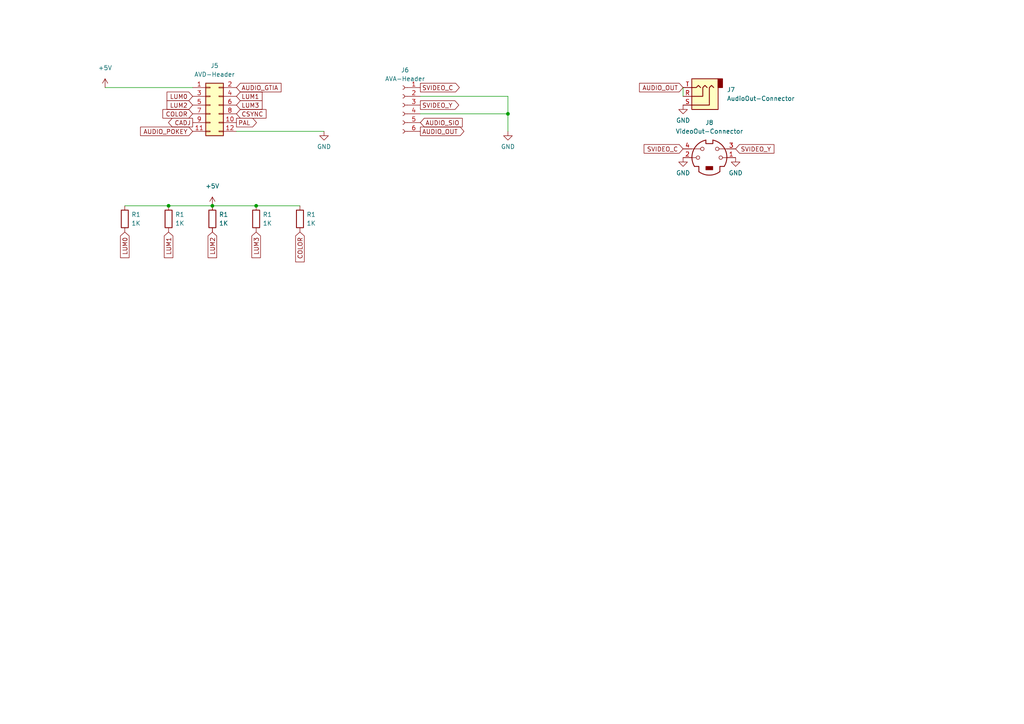
<source format=kicad_sch>
(kicad_sch (version 20230121) (generator eeschema)
  (paper "A4")
  (title_block (title "Atari SBC") (date "2023-04-08") (rev "1.1"))
  (lib_symbols
    (symbol "Connector:Conn_01x06_Socket" (pin_names (offset 1.016) hide)
      (property "Reference" "J" (at 0 7.62 0))
      (property "Value" "Conn_01x06_Socket" (at 0 -10.16 0))
      (symbol "Conn_01x06_Socket_1_1"
        (arc (start 0 -7.112) (mid -0.5058 -7.62) (end 0 -8.128) (stroke (width 0.1524)))
        (arc (start 0 -4.572) (mid -0.5058 -5.08) (end 0 -5.588) (stroke (width 0.1524)))
        (arc (start 0 -2.032) (mid -0.5058 -2.54) (end 0 -3.048) (stroke (width 0.1524)))
        (polyline (pts (xy -1.27 -7.62) (xy -0.508 -7.62)) (stroke (width 0.1524)))
        (polyline (pts (xy -1.27 -5.08) (xy -0.508 -5.08)) (stroke (width 0.1524)))
        (polyline (pts (xy -1.27 -2.54) (xy -0.508 -2.54)) (stroke (width 0.1524)))
        (polyline (pts (xy -1.27 0) (xy -0.508 0)) (stroke (width 0.1524)))
        (polyline (pts (xy -1.27 2.54) (xy -0.508 2.54)) (stroke (width 0.1524)))
        (polyline (pts (xy -1.27 5.08) (xy -0.508 5.08)) (stroke (width 0.1524)))
        (arc (start 0 0.508) (mid -0.5058 0) (end 0 -0.508) (stroke (width 0.1524)))
        (arc (start 0 3.048) (mid -0.5058 2.54) (end 0 2.032) (stroke (width 0.1524)))
        (arc (start 0 5.588) (mid -0.5058 5.08) (end 0 4.572) (stroke (width 0.1524)))
        (pin passive line (at -5.08 5.08 0) (length 3.81) (name "Pin_1") (number "1"))
        (pin passive line (at -5.08 2.54 0) (length 3.81) (name "Pin_2") (number "2"))
        (pin passive line (at -5.08 0 0) (length 3.81) (name "Pin_3") (number "3"))
        (pin passive line (at -5.08 -2.54 0) (length 3.81) (name "Pin_4") (number "4"))
        (pin passive line (at -5.08 -5.08 0) (length 3.81) (name "Pin_5") (number "5"))
        (pin passive line (at -5.08 -7.62 0) (length 3.81) (name "Pin_6") (number "6"))
      )
    )
    (symbol "Connector:Mini-DIN-4" (pin_names (offset 1.016))
      (property "Reference" "J" (at 0 6.35 0))
      (property "Value" "Mini-DIN-4" (at 0 -6.35 0))
      (symbol "Mini-DIN-4_0_1"
        (circle (center -3.302 0) (radius 0.508))
        (arc (start -3.048 -4.064) (mid 0 -5.08) (end 3.048 -4.064) (stroke (width 0.254)))
        (circle (center -2.032 2.54) (radius 0.508))
        (rectangle (start -1.016 -2.54) (end 1.016 -3.556) (fill (type outline)))
        (arc (start -1.016 5.08) (mid -4.6228 2.1214) (end -4.318 -2.54) (stroke (width 0.254)))
        (polyline (pts (xy -3.81 0) (xy -5.08 0)))
        (polyline (pts (xy -2.54 2.54) (xy -5.08 2.54)))
        (polyline (pts (xy 2.794 2.54) (xy 5.08 2.54)))
        (polyline (pts (xy 5.08 0) (xy 3.81 0)))
        (polyline (pts (xy -4.318 -2.54) (xy -3.048 -2.54) (xy -3.048 -4.064)) (stroke (width 0.254)))
        (polyline (pts (xy 4.318 -2.54) (xy 3.048 -2.54) (xy 3.048 -4.064)) (stroke (width 0.254)))
        (polyline (pts (xy -1.016 5.08) (xy -1.016 4.064) (xy 1.016 4.064) (xy 1.016 5.08)) (stroke (width 0.254)))
        (circle (center 2.286 2.54) (radius 0.508))
        (circle (center 3.302 0) (radius 0.508))
        (arc (start 4.318 -2.54) (mid 4.6661 2.1322) (end 1.016 5.08) (stroke (width 0.254)))
      )
      (symbol "Mini-DIN-4_1_1"
        (pin passive line (at 7.62 0 180) (length 2.54) (name "~") (number "1"))
        (pin passive line (at -7.62 0 0) (length 2.54) (name "~") (number "2"))
        (pin passive line (at 7.62 2.54 180) (length 2.54) (name "~") (number "3"))
        (pin passive line (at -7.62 2.54 0) (length 2.54) (name "~") (number "4"))
      )
    )
    (symbol "Connector_Audio:AudioJack3"
      (property "Reference" "J" (at 0 8.89 0))
      (property "Value" "AudioJack3" (at 0 6.35 0))
      (symbol "AudioJack3_0_1"
        (rectangle (start -5.08 -5.08) (end -6.35 -2.54) (stroke (width 0.254)) (fill (type outline)))
        (polyline (pts (xy 0 -2.54) (xy 0.635 -3.175) (xy 1.27 -2.54) (xy 2.54 -2.54)) (stroke (width 0.254)))
        (polyline (pts (xy -1.905 -2.54) (xy -1.27 -3.175) (xy -0.635 -2.54) (xy -0.635 0) (xy 2.54 0)) (stroke (width 0.254)))
        (polyline (pts (xy 2.54 2.54) (xy -2.54 2.54) (xy -2.54 -2.54) (xy -3.175 -3.175) (xy -3.81 -2.54)) (stroke (width 0.254)))
        (rectangle (start 2.54 3.81) (end -5.08 -5.08) (stroke (width 0.254)) (fill (type background)))
      )
      (symbol "AudioJack3_1_1"
        (pin passive line (at 5.08 0 180) (length 2.54) (name "~") (number "R"))
        (pin passive line (at 5.08 2.54 180) (length 2.54) (name "~") (number "S"))
        (pin passive line (at 5.08 -2.54 180) (length 2.54) (name "~") (number "T"))
      )
    )
    (symbol "Connector_Generic:Conn_02x06_Odd_Even" (pin_names (offset 1.016) hide)
      (property "Reference" "J" (at 1.27 7.62 0))
      (property "Value" "Conn_02x06_Odd_Even" (at 1.27 -10.16 0))
      (symbol "Conn_02x06_Odd_Even_1_1"
        (rectangle (start -1.27 -7.493) (end 0 -7.747) (stroke (width 0.1524)))
        (rectangle (start -1.27 -4.953) (end 0 -5.207) (stroke (width 0.1524)))
        (rectangle (start -1.27 -2.413) (end 0 -2.667) (stroke (width 0.1524)))
        (rectangle (start -1.27 0.127) (end 0 -0.127) (stroke (width 0.1524)))
        (rectangle (start -1.27 2.667) (end 0 2.413) (stroke (width 0.1524)))
        (rectangle (start -1.27 5.207) (end 0 4.953) (stroke (width 0.1524)))
        (rectangle (start -1.27 6.35) (end 3.81 -8.89) (stroke (width 0.254)) (fill (type background)))
        (rectangle (start 3.81 -7.493) (end 2.54 -7.747) (stroke (width 0.1524)))
        (rectangle (start 3.81 -4.953) (end 2.54 -5.207) (stroke (width 0.1524)))
        (rectangle (start 3.81 -2.413) (end 2.54 -2.667) (stroke (width 0.1524)))
        (rectangle (start 3.81 0.127) (end 2.54 -0.127) (stroke (width 0.1524)))
        (rectangle (start 3.81 2.667) (end 2.54 2.413) (stroke (width 0.1524)))
        (rectangle (start 3.81 5.207) (end 2.54 4.953) (stroke (width 0.1524)))
        (pin passive line (at -5.08 5.08 0) (length 3.81) (name "Pin_1") (number "1"))
        (pin passive line (at 7.62 -5.08 180) (length 3.81) (name "Pin_10") (number "10"))
        (pin passive line (at -5.08 -7.62 0) (length 3.81) (name "Pin_11") (number "11"))
        (pin passive line (at 7.62 -7.62 180) (length 3.81) (name "Pin_12") (number "12"))
        (pin passive line (at 7.62 5.08 180) (length 3.81) (name "Pin_2") (number "2"))
        (pin passive line (at -5.08 2.54 0) (length 3.81) (name "Pin_3") (number "3"))
        (pin passive line (at 7.62 2.54 180) (length 3.81) (name "Pin_4") (number "4"))
        (pin passive line (at -5.08 0 0) (length 3.81) (name "Pin_5") (number "5"))
        (pin passive line (at 7.62 0 180) (length 3.81) (name "Pin_6") (number "6"))
        (pin passive line (at -5.08 -2.54 0) (length 3.81) (name "Pin_7") (number "7"))
        (pin passive line (at 7.62 -2.54 180) (length 3.81) (name "Pin_8") (number "8"))
        (pin passive line (at -5.08 -5.08 0) (length 3.81) (name "Pin_9") (number "9"))
      )
    )
    (symbol "Device:R" (pin_numbers hide) (pin_names (offset 0))
      (property "Reference" "R" (at 2.032 0 90))
      (property "Value" "R" (at 0 0 90))
      (symbol "R_0_1"
        (rectangle (start -1.016 -2.54) (end 1.016 2.54) (stroke (width 0.254)))
      )
      (symbol "R_1_1"
        (pin passive line (at 0 3.81 270) (length 1.27) (name "~") (number "1"))
        (pin passive line (at 0 -3.81 90) (length 1.27) (name "~") (number "2"))
      )
    )
    (symbol "power:+5V" (power) (pin_names (offset 0))
      (property "Value" "+5V" (at 0 3.556 0))
      (symbol "+5V_0_1"
        (polyline (pts (xy -0.762 1.27) (xy 0 2.54)))
        (polyline (pts (xy 0 0) (xy 0 2.54)))
        (polyline (pts (xy 0 2.54) (xy 0.762 1.27)))
      )
      (symbol "+5V_1_1"
        (pin power_in line (at 0 0 90) (length 0) hide (name "+5V") (number "1"))
      )
    )
    (symbol "power:GND" (power) (pin_names (offset 0))
      (property "Value" "GND" (at 0 -3.81 0))
      (symbol "GND_0_1"
        (polyline (pts (xy 0 0) (xy 0 -1.27) (xy 1.27 -1.27) (xy 0 -2.54) (xy -1.27 -1.27) (xy 0 -1.27)))
      )
      (symbol "GND_1_1"
        (pin power_in line (at 0 0 270) (length 0) hide (name "GND") (number "1"))
      )
    )
  )
  (junction (at 74.295 59.69))
  (junction (at 48.895 59.69))
  (junction (at 61.595 59.69))
  (junction (at 147.32 33.02))
  (wire (pts (xy 36.195 59.69) (xy 48.895 59.69)))
  (wire (pts (xy 61.595 59.69) (xy 74.295 59.69)))
  (wire (pts (xy 68.58 38.1) (xy 93.98 38.1)))
  (wire (pts (xy 74.295 59.69) (xy 86.995 59.69)))
  (wire (pts (xy 147.32 33.02) (xy 147.32 38.1)))
  (wire (pts (xy 121.92 33.02) (xy 147.32 33.02)))
  (wire (pts (xy 198.12 25.4) (xy 198.12 27.94)))
  (wire (pts (xy 147.32 27.94) (xy 147.32 33.02)))
  (wire (pts (xy 48.895 59.69) (xy 61.595 59.69)))
  (wire (pts (xy 121.92 27.94) (xy 147.32 27.94)))
  (wire (pts (xy 30.48 25.4) (xy 55.88 25.4)))
  (global_label "LUM1" (shape input) (at 68.58 27.94 0) (property "Intersheetrefs" "${INTERSHEET_REFS}" (effects hide)))
  (global_label "AUDIO_POKEY" (shape input) (at 55.88 38.1 180) (property "Intersheetrefs" "${INTERSHEET_REFS}" (effects hide)))
  (global_label "COLOR" (shape input) (at 86.995 67.31 270) (property "Intersheetrefs" "${INTERSHEET_REFS}" (effects hide)))
  (global_label "SVIDEO_C" (shape input) (at 198.12 43.18 180) (property "Intersheetrefs" "${INTERSHEET_REFS}" (effects hide)))
  (global_label "CADJ" (shape output) (at 55.88 35.56 180) (property "Intersheetrefs" "${INTERSHEET_REFS}" (effects hide)))
  (global_label "CSYNC" (shape input) (at 68.58 33.02 0) (property "Intersheetrefs" "${INTERSHEET_REFS}" (effects hide)))
  (global_label "COLOR" (shape input) (at 55.88 33.02 180) (property "Intersheetrefs" "${INTERSHEET_REFS}" (effects hide)))
  (global_label "SVIDEO_C" (shape output) (at 121.92 25.4 0) (property "Intersheetrefs" "${INTERSHEET_REFS}" (effects hide)))
  (global_label "LUM0" (shape input) (at 55.88 27.94 180) (property "Intersheetrefs" "${INTERSHEET_REFS}" (effects hide)))
  (global_label "AUDIO_OUT" (shape output) (at 121.92 38.1 0) (property "Intersheetrefs" "${INTERSHEET_REFS}" (effects hide)))
  (global_label "LUM2" (shape input) (at 61.595 67.31 270) (property "Intersheetrefs" "${INTERSHEET_REFS}" (effects hide)))
  (global_label "AUDIO_SIO" (shape input) (at 121.92 35.56 0) (property "Intersheetrefs" "${INTERSHEET_REFS}" (effects hide)))
  (global_label "LUM3" (shape input) (at 68.58 30.48 0) (property "Intersheetrefs" "${INTERSHEET_REFS}" (effects hide)))
  (global_label "LUM1" (shape input) (at 48.895 67.31 270) (property "Intersheetrefs" "${INTERSHEET_REFS}" (effects hide)))
  (global_label "LUM3" (shape input) (at 74.295 67.31 270) (property "Intersheetrefs" "${INTERSHEET_REFS}" (effects hide)))
  (global_label "SVIDEO_Y" (shape output) (at 121.92 30.48 0) (property "Intersheetrefs" "${INTERSHEET_REFS}" (effects hide)))
  (global_label "LUM2" (shape input) (at 55.88 30.48 180) (property "Intersheetrefs" "${INTERSHEET_REFS}" (effects hide)))
  (global_label "AUDIO_GTIA" (shape input) (at 68.58 25.4 0) (property "Intersheetrefs" "${INTERSHEET_REFS}" (effects hide)))
  (global_label "SVIDEO_Y" (shape input) (at 213.36 43.18 0) (property "Intersheetrefs" "${INTERSHEET_REFS}" (effects hide)))
  (global_label "AUDIO_OUT" (shape input) (at 198.12 25.4 180) (property "Intersheetrefs" "${INTERSHEET_REFS}" (effects hide)))
  (global_label "LUM0" (shape input) (at 36.195 67.31 270) (property "Intersheetrefs" "${INTERSHEET_REFS}" (effects hide)))
  (global_label "PAL" (shape output) (at 68.58 35.56 0) (property "Intersheetrefs" "${INTERSHEET_REFS}" (effects hide)))
  (symbol (lib_id "Connector:Conn_01x06_Socket") (at 116.84 30.48 0) (mirror y) (unit 1)
    (property "Reference" "J6" (at 117.475 20.32 0))
    (property "Value" "AVA-Header" (at 117.475 22.86 0))
    (property "Footprint" "Connector_PinSocket_2.54mm:PinSocket_1x06_P2.54mm_Vertical" (effects hide))
  )
  (symbol (lib_id "power:+5V") (at 61.595 59.69 0) (unit 1)
    (property "Reference" "#PWR03" (effects hide))
    (property "Value" "+5V" (at 61.595 53.975 0))
  )
  (symbol (lib_id "Device:R") (at 86.995 63.5 180) (unit 1)
    (property "Reference" "R1" (at 88.9 62.23 0) (effects (justify right)))
    (property "Value" "1K" (at 88.9 64.77 0) (effects (justify right)))
    (property "Footprint" "Resistor_SMD:R_0805_2012Metric_Pad1.20x1.40mm_HandSolder" (effects hide))
    (instances (project "sbc" (path "" (reference "R1") (unit 1)) (path "" (reference "R14") (unit 1))))
  )
  (symbol (lib_id "power:GND") (at 147.32 38.1 0) (unit 1)
    (property "Reference" "#PWR0158" (effects hide))
    (property "Value" "GND" (at 147.32 42.545 0))
  )
  (symbol (lib_id "Device:R") (at 36.195 63.5 180) (unit 1)
    (property "Reference" "R1" (at 38.1 62.23 0) (effects (justify right)))
    (property "Value" "1K" (at 38.1 64.77 0) (effects (justify right)))
    (property "Footprint" "Resistor_SMD:R_0805_2012Metric_Pad1.20x1.40mm_HandSolder" (effects hide))
    (instances (project "sbc" (path "" (reference "R1") (unit 1)) (path "" (reference "R10") (unit 1))))
  )
  (symbol (lib_id "Connector_Audio:AudioJack3") (at 203.2 27.94 180) (unit 1)
    (property "Reference" "J7" (at 210.82 26.0349 0) (effects (justify right)))
    (property "Value" "AudioOut-Connector" (at 210.82 28.5749 0) (effects (justify right)))
    (property "Footprint" "Connector_Audio:Jack_3.5mm_CUI_SJ1-3533NG_Horizontal" (effects hide))
  )
  (symbol (lib_id "Device:R") (at 74.295 63.5 180) (unit 1)
    (property "Reference" "R1" (at 76.2 62.23 0) (effects (justify right)))
    (property "Value" "1K" (at 76.2 64.77 0) (effects (justify right)))
    (property "Footprint" "Resistor_SMD:R_0805_2012Metric_Pad1.20x1.40mm_HandSolder" (effects hide))
    (instances (project "sbc" (path "" (reference "R1") (unit 1)) (path "" (reference "R13") (unit 1))))
  )
  (symbol (lib_id "power:+5V") (at 30.48 25.4 0) (unit 1)
    (property "Reference" "#PWR0144" (effects hide))
    (property "Value" "+5V" (at 30.48 19.685 0))
  )
  (symbol (lib_id "Device:R") (at 61.595 63.5 180) (unit 1)
    (property "Reference" "R1" (at 63.5 62.23 0) (effects (justify right)))
    (property "Value" "1K" (at 63.5 64.77 0) (effects (justify right)))
    (property "Footprint" "Resistor_SMD:R_0805_2012Metric_Pad1.20x1.40mm_HandSolder" (effects hide))
    (instances (project "sbc" (path "" (reference "R1") (unit 1)) (path "" (reference "R12") (unit 1))))
  )
  (symbol (lib_id "power:GND") (at 213.36 45.72 0) (unit 1)
    (property "Reference" "#PWR0156" (effects hide))
    (property "Value" "GND" (at 213.36 50.165 0))
  )
  (symbol (lib_id "power:GND") (at 93.98 38.1 0) (unit 1)
    (property "Reference" "#PWR0159" (effects hide))
    (property "Value" "GND" (at 93.98 42.545 0))
  )
  (symbol (lib_id "power:GND") (at 198.12 45.72 0) (unit 1)
    (property "Reference" "#PWR0155" (effects hide))
    (property "Value" "GND" (at 198.12 50.165 0))
  )
  (symbol (lib_id "Connector_Generic:Conn_02x06_Odd_Even") (at 60.96 30.48 0) (unit 1)
    (property "Reference" "J5" (at 62.23 19.05 0))
    (property "Value" "AVD-Header" (at 62.23 21.59 0))
    (property "Footprint" "Connector_PinSocket_2.54mm:PinSocket_2x06_P2.54mm_Vertical" (effects hide))
  )
  (symbol (lib_id "Connector:Mini-DIN-4") (at 205.74 45.72 0) (unit 1)
    (property "Reference" "J8" (at 205.7577 35.56 0))
    (property "Value" "VideoOut-Connector" (at 205.7577 38.1 0))
    (property "Footprint" "Connector_MiniDIN:57492631" (effects hide))
    (property "Datasheet" "http://service.powerdynamics.com/ec/Catalog17/Section%2011.pdf" (effects hide))
  )
  (symbol (lib_id "power:GND") (at 198.12 30.48 0) (unit 1)
    (property "Reference" "#PWR0157" (effects hide))
    (property "Value" "GND" (at 198.12 34.925 0))
  )
  (symbol (lib_id "Device:R") (at 48.895 63.5 180) (unit 1)
    (property "Reference" "R1" (at 50.8 62.23 0) (effects (justify right)))
    (property "Value" "1K" (at 50.8 64.77 0) (effects (justify right)))
    (property "Footprint" "Resistor_SMD:R_0805_2012Metric_Pad1.20x1.40mm_HandSolder" (effects hide))
    (instances (project "sbc" (path "" (reference "R1") (unit 1)) (path "" (reference "R11") (unit 1))))
  )
)
</source>
